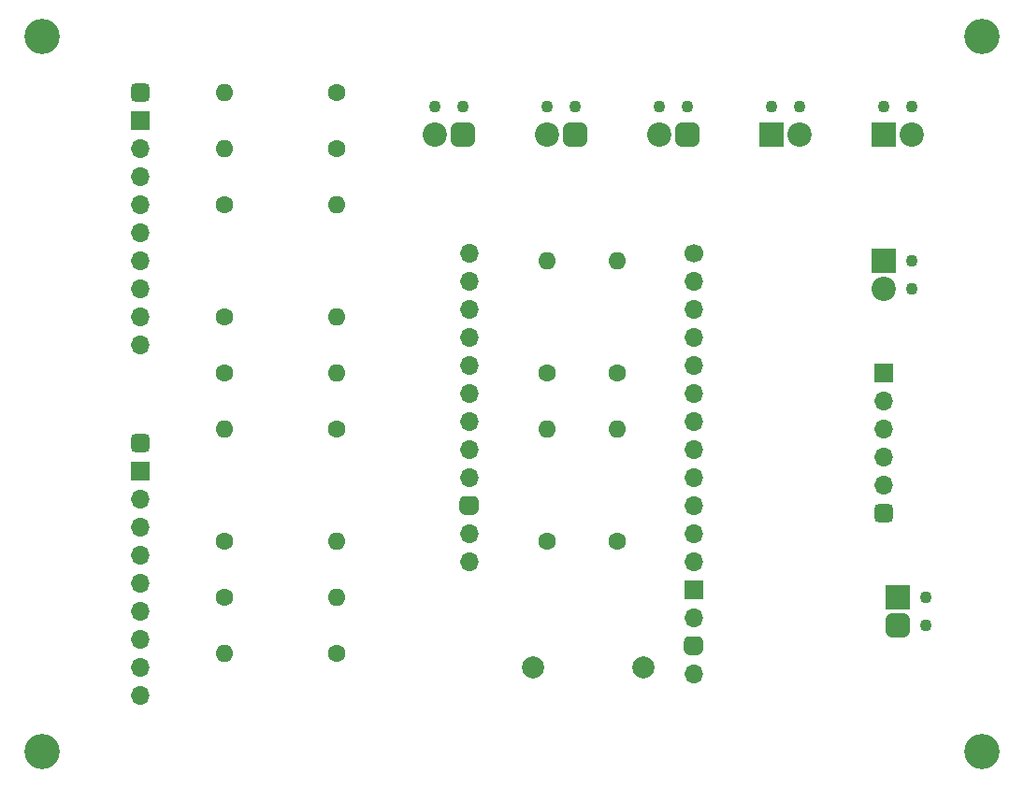
<source format=gts>
G04 #@! TF.GenerationSoftware,KiCad,Pcbnew,(5.1.10)-1*
G04 #@! TF.CreationDate,2021-06-12T21:42:46+02:00*
G04 #@! TF.ProjectId,EspressoV1,45737072-6573-4736-9f56-312e6b696361,rev?*
G04 #@! TF.SameCoordinates,Original*
G04 #@! TF.FileFunction,Soldermask,Top*
G04 #@! TF.FilePolarity,Negative*
%FSLAX46Y46*%
G04 Gerber Fmt 4.6, Leading zero omitted, Abs format (unit mm)*
G04 Created by KiCad (PCBNEW (5.1.10)-1) date 2021-06-12 21:42:46*
%MOMM*%
%LPD*%
G01*
G04 APERTURE LIST*
%ADD10C,3.200000*%
%ADD11C,1.100000*%
%ADD12R,2.200000X2.200000*%
%ADD13C,2.200000*%
%ADD14O,1.600000X1.600000*%
%ADD15C,1.600000*%
%ADD16O,1.700000X1.700000*%
%ADD17R,1.700000X1.700000*%
%ADD18C,1.700000*%
%ADD19C,2.000000*%
G04 APERTURE END LIST*
D10*
G04 #@! TO.C,UR*
X182880000Y-119380000D03*
G04 #@! TD*
G04 #@! TO.C,UL*
X97790000Y-119380000D03*
G04 #@! TD*
G04 #@! TO.C,OL*
X97790000Y-54610000D03*
G04 #@! TD*
G04 #@! TO.C,OR*
X182880000Y-54610000D03*
G04 #@! TD*
D11*
G04 #@! TO.C,SSR1*
X176530000Y-74930000D03*
D12*
X173990000Y-74930000D03*
D11*
X176530000Y-77470000D03*
D13*
X173990000Y-77470000D03*
G04 #@! TD*
D11*
G04 #@! TO.C,SENS4*
X173990000Y-60960000D03*
D12*
X173990000Y-63500000D03*
D11*
X176530000Y-60960000D03*
D13*
X176530000Y-63500000D03*
G04 #@! TD*
D11*
G04 #@! TO.C,SENS3*
X163830000Y-60960000D03*
D12*
X163830000Y-63500000D03*
D11*
X166370000Y-60960000D03*
D13*
X166370000Y-63500000D03*
G04 #@! TD*
D11*
G04 #@! TO.C,SENS2*
X153670000Y-60960000D03*
D13*
X153670000Y-63500000D03*
D11*
X156210000Y-60960000D03*
G36*
G01*
X157310000Y-62950000D02*
X157310000Y-64050000D01*
G75*
G02*
X156760000Y-64600000I-550000J0D01*
G01*
X155660000Y-64600000D01*
G75*
G02*
X155110000Y-64050000I0J550000D01*
G01*
X155110000Y-62950000D01*
G75*
G02*
X155660000Y-62400000I550000J0D01*
G01*
X156760000Y-62400000D01*
G75*
G02*
X157310000Y-62950000I0J-550000D01*
G01*
G37*
G04 #@! TD*
G04 #@! TO.C,SENS1*
X143510000Y-60960000D03*
D13*
X143510000Y-63500000D03*
D11*
X146050000Y-60960000D03*
G36*
G01*
X147150000Y-62950000D02*
X147150000Y-64050000D01*
G75*
G02*
X146600000Y-64600000I-550000J0D01*
G01*
X145500000Y-64600000D01*
G75*
G02*
X144950000Y-64050000I0J550000D01*
G01*
X144950000Y-62950000D01*
G75*
G02*
X145500000Y-62400000I550000J0D01*
G01*
X146600000Y-62400000D01*
G75*
G02*
X147150000Y-62950000I0J-550000D01*
G01*
G37*
G04 #@! TD*
D14*
G04 #@! TO.C,R3-4*
X124460000Y-100330000D03*
D15*
X114300000Y-100330000D03*
G04 #@! TD*
D14*
G04 #@! TO.C,R3-2*
X124460000Y-105410000D03*
D15*
X114300000Y-105410000D03*
G04 #@! TD*
D14*
G04 #@! TO.C,R3-1*
X114300000Y-110490000D03*
D15*
X124460000Y-110490000D03*
G04 #@! TD*
D14*
G04 #@! TO.C,R2-4*
X124460000Y-80010000D03*
D15*
X114300000Y-80010000D03*
G04 #@! TD*
D14*
G04 #@! TO.C,R2-2*
X124460000Y-85090000D03*
D15*
X114300000Y-85090000D03*
G04 #@! TD*
D14*
G04 #@! TO.C,R2-1*
X114300000Y-90170000D03*
D15*
X124460000Y-90170000D03*
G04 #@! TD*
D11*
G04 #@! TO.C,PSU1*
X177800000Y-105410000D03*
D12*
X175260000Y-105410000D03*
D11*
X177800000Y-107950000D03*
G36*
G01*
X175810000Y-109050000D02*
X174710000Y-109050000D01*
G75*
G02*
X174160000Y-108500000I0J550000D01*
G01*
X174160000Y-107400000D01*
G75*
G02*
X174710000Y-106850000I550000J0D01*
G01*
X175810000Y-106850000D01*
G75*
G02*
X176360000Y-107400000I0J-550000D01*
G01*
X176360000Y-108500000D01*
G75*
G02*
X175810000Y-109050000I-550000J0D01*
G01*
G37*
G04 #@! TD*
G04 #@! TO.C,J1*
G36*
G01*
X173140000Y-98215000D02*
X173140000Y-97365000D01*
G75*
G02*
X173565000Y-96940000I425000J0D01*
G01*
X174415000Y-96940000D01*
G75*
G02*
X174840000Y-97365000I0J-425000D01*
G01*
X174840000Y-98215000D01*
G75*
G02*
X174415000Y-98640000I-425000J0D01*
G01*
X173565000Y-98640000D01*
G75*
G02*
X173140000Y-98215000I0J425000D01*
G01*
G37*
D16*
X173990000Y-95250000D03*
X173990000Y-92710000D03*
X173990000Y-90170000D03*
X173990000Y-87630000D03*
D17*
X173990000Y-85090000D03*
G04 #@! TD*
D16*
G04 #@! TO.C,ESP321*
X156765000Y-97075000D03*
X156765000Y-99615000D03*
X156765000Y-89455000D03*
X156765000Y-102155000D03*
X156765000Y-94535000D03*
X156765000Y-84375000D03*
X156765000Y-107235000D03*
D17*
X156765000Y-104695000D03*
G36*
G01*
X155915000Y-110200000D02*
X155915000Y-109350000D01*
G75*
G02*
X156340000Y-108925000I425000J0D01*
G01*
X157190000Y-108925000D01*
G75*
G02*
X157615000Y-109350000I0J-425000D01*
G01*
X157615000Y-110200000D01*
G75*
G02*
X157190000Y-110625000I-425000J0D01*
G01*
X156340000Y-110625000D01*
G75*
G02*
X155915000Y-110200000I0J425000D01*
G01*
G37*
D18*
X156765000Y-74215000D03*
D16*
X156765000Y-86915000D03*
X156765000Y-79295000D03*
X156765000Y-91995000D03*
X156765000Y-76755000D03*
X156765000Y-81835000D03*
X156765000Y-112315000D03*
X136445000Y-91995000D03*
X136445000Y-76755000D03*
X136445000Y-94535000D03*
X136445000Y-102155000D03*
X136445000Y-86915000D03*
X136445000Y-79295000D03*
G36*
G01*
X135595000Y-97500000D02*
X135595000Y-96650000D01*
G75*
G02*
X136020000Y-96225000I425000J0D01*
G01*
X136870000Y-96225000D01*
G75*
G02*
X137295000Y-96650000I0J-425000D01*
G01*
X137295000Y-97500000D01*
G75*
G02*
X136870000Y-97925000I-425000J0D01*
G01*
X136020000Y-97925000D01*
G75*
G02*
X135595000Y-97500000I0J425000D01*
G01*
G37*
X136445000Y-99615000D03*
X136445000Y-89455000D03*
X136445000Y-81835000D03*
X136445000Y-74215000D03*
X136445000Y-84375000D03*
G04 #@! TD*
D17*
G04 #@! TO.C,0x48*
X106680000Y-62230000D03*
G36*
G01*
X105830000Y-60115000D02*
X105830000Y-59265000D01*
G75*
G02*
X106255000Y-58840000I425000J0D01*
G01*
X107105000Y-58840000D01*
G75*
G02*
X107530000Y-59265000I0J-425000D01*
G01*
X107530000Y-60115000D01*
G75*
G02*
X107105000Y-60540000I-425000J0D01*
G01*
X106255000Y-60540000D01*
G75*
G02*
X105830000Y-60115000I0J425000D01*
G01*
G37*
D16*
X106680000Y-69850000D03*
X106680000Y-77470000D03*
X106680000Y-67310000D03*
X106680000Y-82550000D03*
X106680000Y-64770000D03*
X106680000Y-72390000D03*
X106680000Y-74930000D03*
X106680000Y-80010000D03*
G04 #@! TD*
D17*
G04 #@! TO.C,0x49*
X106680000Y-93980000D03*
G36*
G01*
X105830000Y-91865000D02*
X105830000Y-91015000D01*
G75*
G02*
X106255000Y-90590000I425000J0D01*
G01*
X107105000Y-90590000D01*
G75*
G02*
X107530000Y-91015000I0J-425000D01*
G01*
X107530000Y-91865000D01*
G75*
G02*
X107105000Y-92290000I-425000J0D01*
G01*
X106255000Y-92290000D01*
G75*
G02*
X105830000Y-91865000I0J425000D01*
G01*
G37*
D16*
X106680000Y-101600000D03*
X106680000Y-109220000D03*
X106680000Y-99060000D03*
X106680000Y-114300000D03*
X106680000Y-96520000D03*
X106680000Y-104140000D03*
X106680000Y-106680000D03*
X106680000Y-111760000D03*
G04 #@! TD*
D14*
G04 #@! TO.C,R3*
X149860000Y-90170000D03*
D15*
X149860000Y-100330000D03*
G04 #@! TD*
D14*
G04 #@! TO.C,R7*
X143510000Y-74930000D03*
D15*
X143510000Y-85090000D03*
G04 #@! TD*
D14*
G04 #@! TO.C,R5*
X149860000Y-74930000D03*
D15*
X149860000Y-85090000D03*
G04 #@! TD*
D14*
G04 #@! TO.C,R6*
X143510000Y-90170000D03*
D15*
X143510000Y-100330000D03*
G04 #@! TD*
D19*
G04 #@! TO.C,C1*
X142240000Y-111760000D03*
X152240000Y-111760000D03*
G04 #@! TD*
D14*
G04 #@! TO.C,R4*
X114300000Y-59690000D03*
D15*
X124460000Y-59690000D03*
G04 #@! TD*
D14*
G04 #@! TO.C,R2*
X114300000Y-64770000D03*
D15*
X124460000Y-64770000D03*
G04 #@! TD*
D14*
G04 #@! TO.C,R1*
X124460000Y-69850000D03*
D15*
X114300000Y-69850000D03*
G04 #@! TD*
D11*
G04 #@! TO.C,PT1000*
X133350000Y-60960000D03*
D13*
X133350000Y-63500000D03*
D11*
X135890000Y-60960000D03*
G36*
G01*
X136990000Y-62950000D02*
X136990000Y-64050000D01*
G75*
G02*
X136440000Y-64600000I-550000J0D01*
G01*
X135340000Y-64600000D01*
G75*
G02*
X134790000Y-64050000I0J550000D01*
G01*
X134790000Y-62950000D01*
G75*
G02*
X135340000Y-62400000I550000J0D01*
G01*
X136440000Y-62400000D01*
G75*
G02*
X136990000Y-62950000I0J-550000D01*
G01*
G37*
G04 #@! TD*
M02*

</source>
